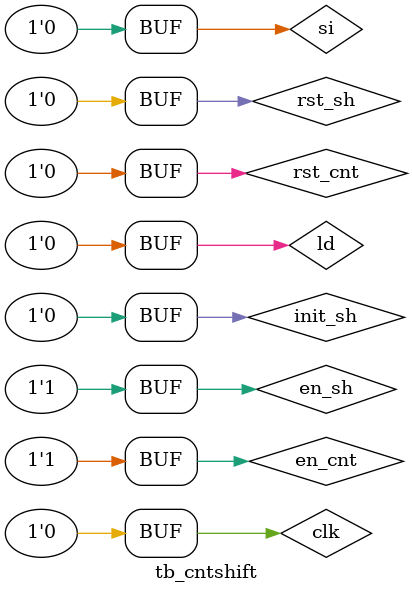
<source format=v>
`timescale 1ns/1ns

module tb_cntshift();
    reg clk = 0 , rst_sh = 0 , en_sh = 1 , si = 0 , rst_cnt = 0 , en_cnt = 1 , ld = 1 , init_sh = 1;
    wire co ;
    wire [7:0] PO_sh;
    
    cnt_shift uut2(.clk(clk) , .rst_sh(rst_sh) , .en_sh(en_sh) , .init_sh(init_sh) , .si(si) , .rst_cnt(rst_cnt) , .en_cnt(en_cnt) , .ld(ld) , .co(co) , .PO_sh(PO_sh));
    initial repeat(40) #500 clk = ~clk;
    initial begin
	#600 ld = 0;
	     init_sh = 0;
	#520 si = 1;
	#500 si = 0;
	#700 si = 1;
	#500 si = 0;
	#700 si = 1;
	#700 si = 0;
    end
endmodule
    

</source>
